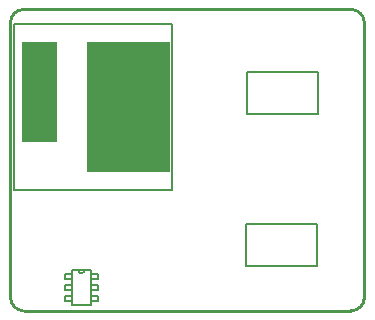
<source format=gm1>
G04*
G04 #@! TF.GenerationSoftware,Altium Limited,Altium Designer,18.0.9 (584)*
G04*
G04 Layer_Color=16711935*
%FSLAX25Y25*%
%MOIN*%
G70*
G01*
G75*
%ADD12C,0.01000*%
%ADD13C,0.00500*%
%ADD56C,0.00600*%
G36*
X103378Y156165D02*
Y189654D01*
X115165D01*
Y156165D01*
X103378D01*
D02*
G37*
G36*
X125031Y146291D02*
Y189654D01*
X152657D01*
Y146291D01*
X125031D01*
D02*
G37*
D12*
X213000Y100000D02*
G03*
X217500Y104500I0J4500D01*
G01*
Y196000D02*
G03*
X213000Y200500I-4500J0D01*
G01*
X99500Y104500D02*
G03*
X104000Y100000I4500J0D01*
G01*
Y200500D02*
G03*
X99500Y196000I0J-4500D01*
G01*
Y104500D02*
Y196000D01*
X104000Y100000D02*
X213000Y100000D01*
X217500Y104500D02*
Y196000D01*
X104000Y200500D02*
X213000D01*
D13*
X178348Y165730D02*
X201970D01*
X178348D02*
Y179510D01*
X201970D01*
Y165730D02*
Y179510D01*
X178179Y128880D02*
X201801D01*
Y115100D02*
Y128880D01*
X178179Y115100D02*
X201801D01*
X178179D02*
Y128880D01*
X100622Y140441D02*
X153378D01*
X100622D02*
Y195559D01*
X153378D01*
Y140441D02*
Y195559D01*
D56*
X121960Y113740D02*
G03*
X124360Y113740I1200J0D01*
G01*
X119960Y101940D02*
Y113740D01*
X121960D01*
X124360D01*
X126360D01*
Y101940D02*
Y113740D01*
X119960Y101940D02*
X126360D01*
Y112440D02*
X128560D01*
Y110640D02*
Y112440D01*
X126360Y110640D02*
X128560D01*
X126360D02*
Y112440D01*
Y108740D02*
X128560D01*
Y106940D02*
Y108740D01*
X126360Y106940D02*
X128560D01*
X126360D02*
Y108740D01*
Y105040D02*
X128560D01*
Y103240D02*
Y105040D01*
X126360Y103240D02*
X128560D01*
X126360D02*
Y105040D01*
X117760Y103240D02*
X119960D01*
X117760D02*
Y105040D01*
X119960D01*
Y103240D02*
Y105040D01*
X117760Y106940D02*
X119960D01*
X117760D02*
Y108740D01*
X119960D01*
Y106940D02*
Y108740D01*
X117760Y110640D02*
X119960D01*
X117760D02*
Y112440D01*
X119960D01*
Y110640D02*
Y112440D01*
M02*

</source>
